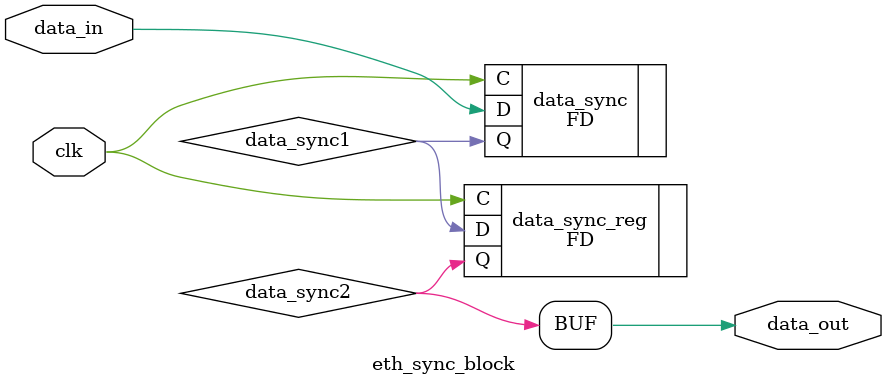
<source format=v>

`timescale 1ps / 1ps

module eth_sync_block #(
  parameter INITIALISE = 2'b00
)
(
  input        clk,              // clock to be sync'ed to
  input        data_in,          // Data to be 'synced'
  output       data_out          // synced data
);

  // Internal Signals
  wire data_sync1;
  wire data_sync2;


  (* ASYNC_REG = "TRUE", RLOC = "X0Y0",  SHREG_EXTRACT = "NO" *)
  FD #(
    .INIT (INITIALISE[0])
  ) data_sync (
    .C  (clk),
    .D  (data_in),
    .Q  (data_sync1)
  );


  (* ASYNC_REG = "TRUE", RLOC = "X0Y0",  SHREG_EXTRACT = "NO" *)
  FD #(
   .INIT (INITIALISE[1])
  ) data_sync_reg (
  .C  (clk),
  .D  (data_sync1),
  .Q  (data_sync2)
  );


  assign data_out = data_sync2;


endmodule



</source>
